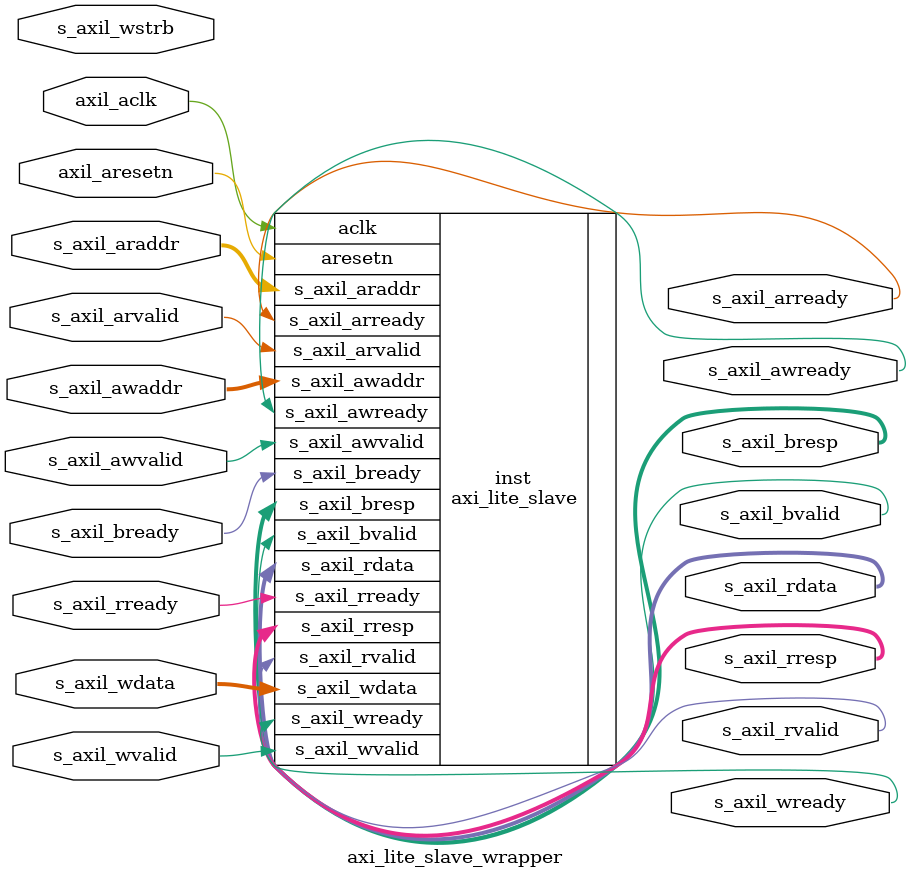
<source format=sv>
module axi_lite_slave_wrapper (
    input                     s_axil_awvalid,
    input              [31:0] s_axil_awaddr,
    output                    s_axil_awready,
    input                     s_axil_wvalid,
    input              [31:0] s_axil_wdata,
    input               [3:0] s_axil_wstrb, // Dummy, only used for sim.
    output                    s_axil_wready,
    output                    s_axil_bvalid,
    output              [1:0] s_axil_bresp,
    input                     s_axil_bready,
    input                     s_axil_arvalid,
    input              [31:0] s_axil_araddr,
    output                    s_axil_arready,
    output                    s_axil_rvalid,
    output             [31:0] s_axil_rdata,
    output              [1:0] s_axil_rresp,
    input                     s_axil_rready,

    input                     axil_aresetn,
    input                     axil_aclk
);

axi_lite_slave #(
    .REG_ADDR_W (12),
    .REG_PREFIX (16'h0000)
) inst (
    .s_axil_awvalid (s_axil_awvalid),
    .s_axil_awaddr  (s_axil_awaddr),
    .s_axil_awready (s_axil_awready),
    .s_axil_wvalid  (s_axil_wvalid),
    .s_axil_wdata   (s_axil_wdata),
    .s_axil_wready  (s_axil_wready),
    .s_axil_bvalid  (s_axil_bvalid),
    .s_axil_bresp   (s_axil_bresp),
    .s_axil_bready  (s_axil_bready),
    .s_axil_arvalid (s_axil_arvalid),
    .s_axil_araddr  (s_axil_araddr),
    .s_axil_arready (s_axil_arready),
    .s_axil_rvalid  (s_axil_rvalid),
    .s_axil_rdata   (s_axil_rdata),
    .s_axil_rresp   (s_axil_rresp),
    .s_axil_rready  (s_axil_rready),

    .aclk           (axil_aclk),
    .aresetn        (axil_aresetn)
);

endmodule: axi_lite_slave_wrapper
</source>
